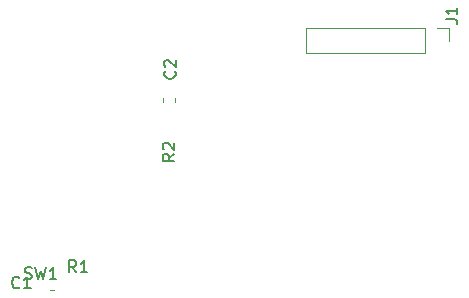
<source format=gbr>
%TF.GenerationSoftware,KiCad,Pcbnew,8.0.2*%
%TF.CreationDate,2024-08-23T13:57:59-07:00*%
%TF.ProjectId,UGC_SubStick,5547435f-5375-4625-9374-69636b2e6b69,rev?*%
%TF.SameCoordinates,Original*%
%TF.FileFunction,Legend,Top*%
%TF.FilePolarity,Positive*%
%FSLAX46Y46*%
G04 Gerber Fmt 4.6, Leading zero omitted, Abs format (unit mm)*
G04 Created by KiCad (PCBNEW 8.0.2) date 2024-08-23 13:57:59*
%MOMM*%
%LPD*%
G01*
G04 APERTURE LIST*
%ADD10C,0.150000*%
%ADD11C,0.120000*%
G04 APERTURE END LIST*
D10*
X245416733Y-161752780D02*
X245369114Y-161800400D01*
X245369114Y-161800400D02*
X245226257Y-161848019D01*
X245226257Y-161848019D02*
X245131019Y-161848019D01*
X245131019Y-161848019D02*
X244988162Y-161800400D01*
X244988162Y-161800400D02*
X244892924Y-161705161D01*
X244892924Y-161705161D02*
X244845305Y-161609923D01*
X244845305Y-161609923D02*
X244797686Y-161419447D01*
X244797686Y-161419447D02*
X244797686Y-161276590D01*
X244797686Y-161276590D02*
X244845305Y-161086114D01*
X244845305Y-161086114D02*
X244892924Y-160990876D01*
X244892924Y-160990876D02*
X244988162Y-160895638D01*
X244988162Y-160895638D02*
X245131019Y-160848019D01*
X245131019Y-160848019D02*
X245226257Y-160848019D01*
X245226257Y-160848019D02*
X245369114Y-160895638D01*
X245369114Y-160895638D02*
X245416733Y-160943257D01*
X246369114Y-161848019D02*
X245797686Y-161848019D01*
X246083400Y-161848019D02*
X246083400Y-160848019D01*
X246083400Y-160848019D02*
X245988162Y-160990876D01*
X245988162Y-160990876D02*
X245892924Y-161086114D01*
X245892924Y-161086114D02*
X245797686Y-161133733D01*
X250224733Y-160479619D02*
X249891400Y-160003428D01*
X249653305Y-160479619D02*
X249653305Y-159479619D01*
X249653305Y-159479619D02*
X250034257Y-159479619D01*
X250034257Y-159479619D02*
X250129495Y-159527238D01*
X250129495Y-159527238D02*
X250177114Y-159574857D01*
X250177114Y-159574857D02*
X250224733Y-159670095D01*
X250224733Y-159670095D02*
X250224733Y-159812952D01*
X250224733Y-159812952D02*
X250177114Y-159908190D01*
X250177114Y-159908190D02*
X250129495Y-159955809D01*
X250129495Y-159955809D02*
X250034257Y-160003428D01*
X250034257Y-160003428D02*
X249653305Y-160003428D01*
X251177114Y-160479619D02*
X250605686Y-160479619D01*
X250891400Y-160479619D02*
X250891400Y-159479619D01*
X250891400Y-159479619D02*
X250796162Y-159622476D01*
X250796162Y-159622476D02*
X250700924Y-159717714D01*
X250700924Y-159717714D02*
X250605686Y-159765333D01*
X245873867Y-161017718D02*
X246016724Y-161065337D01*
X246016724Y-161065337D02*
X246254819Y-161065337D01*
X246254819Y-161065337D02*
X246350057Y-161017718D01*
X246350057Y-161017718D02*
X246397676Y-160970098D01*
X246397676Y-160970098D02*
X246445295Y-160874860D01*
X246445295Y-160874860D02*
X246445295Y-160779622D01*
X246445295Y-160779622D02*
X246397676Y-160684384D01*
X246397676Y-160684384D02*
X246350057Y-160636765D01*
X246350057Y-160636765D02*
X246254819Y-160589146D01*
X246254819Y-160589146D02*
X246064343Y-160541527D01*
X246064343Y-160541527D02*
X245969105Y-160493908D01*
X245969105Y-160493908D02*
X245921486Y-160446289D01*
X245921486Y-160446289D02*
X245873867Y-160351051D01*
X245873867Y-160351051D02*
X245873867Y-160255813D01*
X245873867Y-160255813D02*
X245921486Y-160160575D01*
X245921486Y-160160575D02*
X245969105Y-160112956D01*
X245969105Y-160112956D02*
X246064343Y-160065337D01*
X246064343Y-160065337D02*
X246302438Y-160065337D01*
X246302438Y-160065337D02*
X246445295Y-160112956D01*
X246778629Y-160065337D02*
X247016724Y-161065337D01*
X247016724Y-161065337D02*
X247207200Y-160351051D01*
X247207200Y-160351051D02*
X247397676Y-161065337D01*
X247397676Y-161065337D02*
X247635772Y-160065337D01*
X248540533Y-161065337D02*
X247969105Y-161065337D01*
X248254819Y-161065337D02*
X248254819Y-160065337D01*
X248254819Y-160065337D02*
X248159581Y-160208194D01*
X248159581Y-160208194D02*
X248064343Y-160303432D01*
X248064343Y-160303432D02*
X247969105Y-160351051D01*
X281504819Y-139083333D02*
X282219104Y-139083333D01*
X282219104Y-139083333D02*
X282361961Y-139130952D01*
X282361961Y-139130952D02*
X282457200Y-139226190D01*
X282457200Y-139226190D02*
X282504819Y-139369047D01*
X282504819Y-139369047D02*
X282504819Y-139464285D01*
X282504819Y-138083333D02*
X282504819Y-138654761D01*
X282504819Y-138369047D02*
X281504819Y-138369047D01*
X281504819Y-138369047D02*
X281647676Y-138464285D01*
X281647676Y-138464285D02*
X281742914Y-138559523D01*
X281742914Y-138559523D02*
X281790533Y-138654761D01*
X258584580Y-143466666D02*
X258632200Y-143514285D01*
X258632200Y-143514285D02*
X258679819Y-143657142D01*
X258679819Y-143657142D02*
X258679819Y-143752380D01*
X258679819Y-143752380D02*
X258632200Y-143895237D01*
X258632200Y-143895237D02*
X258536961Y-143990475D01*
X258536961Y-143990475D02*
X258441723Y-144038094D01*
X258441723Y-144038094D02*
X258251247Y-144085713D01*
X258251247Y-144085713D02*
X258108390Y-144085713D01*
X258108390Y-144085713D02*
X257917914Y-144038094D01*
X257917914Y-144038094D02*
X257822676Y-143990475D01*
X257822676Y-143990475D02*
X257727438Y-143895237D01*
X257727438Y-143895237D02*
X257679819Y-143752380D01*
X257679819Y-143752380D02*
X257679819Y-143657142D01*
X257679819Y-143657142D02*
X257727438Y-143514285D01*
X257727438Y-143514285D02*
X257775057Y-143466666D01*
X257775057Y-143085713D02*
X257727438Y-143038094D01*
X257727438Y-143038094D02*
X257679819Y-142942856D01*
X257679819Y-142942856D02*
X257679819Y-142704761D01*
X257679819Y-142704761D02*
X257727438Y-142609523D01*
X257727438Y-142609523D02*
X257775057Y-142561904D01*
X257775057Y-142561904D02*
X257870295Y-142514285D01*
X257870295Y-142514285D02*
X257965533Y-142514285D01*
X257965533Y-142514285D02*
X258108390Y-142561904D01*
X258108390Y-142561904D02*
X258679819Y-143133332D01*
X258679819Y-143133332D02*
X258679819Y-142514285D01*
X258540219Y-150456666D02*
X258064028Y-150789999D01*
X258540219Y-151028094D02*
X257540219Y-151028094D01*
X257540219Y-151028094D02*
X257540219Y-150647142D01*
X257540219Y-150647142D02*
X257587838Y-150551904D01*
X257587838Y-150551904D02*
X257635457Y-150504285D01*
X257635457Y-150504285D02*
X257730695Y-150456666D01*
X257730695Y-150456666D02*
X257873552Y-150456666D01*
X257873552Y-150456666D02*
X257968790Y-150504285D01*
X257968790Y-150504285D02*
X258016409Y-150551904D01*
X258016409Y-150551904D02*
X258064028Y-150647142D01*
X258064028Y-150647142D02*
X258064028Y-151028094D01*
X257635457Y-150075713D02*
X257587838Y-150028094D01*
X257587838Y-150028094D02*
X257540219Y-149932856D01*
X257540219Y-149932856D02*
X257540219Y-149694761D01*
X257540219Y-149694761D02*
X257587838Y-149599523D01*
X257587838Y-149599523D02*
X257635457Y-149551904D01*
X257635457Y-149551904D02*
X257730695Y-149504285D01*
X257730695Y-149504285D02*
X257825933Y-149504285D01*
X257825933Y-149504285D02*
X257968790Y-149551904D01*
X257968790Y-149551904D02*
X258540219Y-150123332D01*
X258540219Y-150123332D02*
X258540219Y-149504285D01*
D11*
%TO.C,C1*%
X248037133Y-160983200D02*
X248329667Y-160983200D01*
X248037133Y-162003200D02*
X248329667Y-162003200D01*
%TO.C,J1*%
X269701001Y-139807407D02*
X269701001Y-141927407D01*
X279761001Y-139807407D02*
X269701001Y-139807407D01*
X279761001Y-139807407D02*
X279761001Y-141927407D01*
X279761001Y-141927407D02*
X269701001Y-141927407D01*
X280761001Y-139807407D02*
X281821001Y-139807407D01*
X281821001Y-139807407D02*
X281821001Y-140867407D01*
%TO.C,C2*%
X257590000Y-145753733D02*
X257590000Y-146046267D01*
X258610000Y-145753733D02*
X258610000Y-146046267D01*
%TD*%
M02*

</source>
